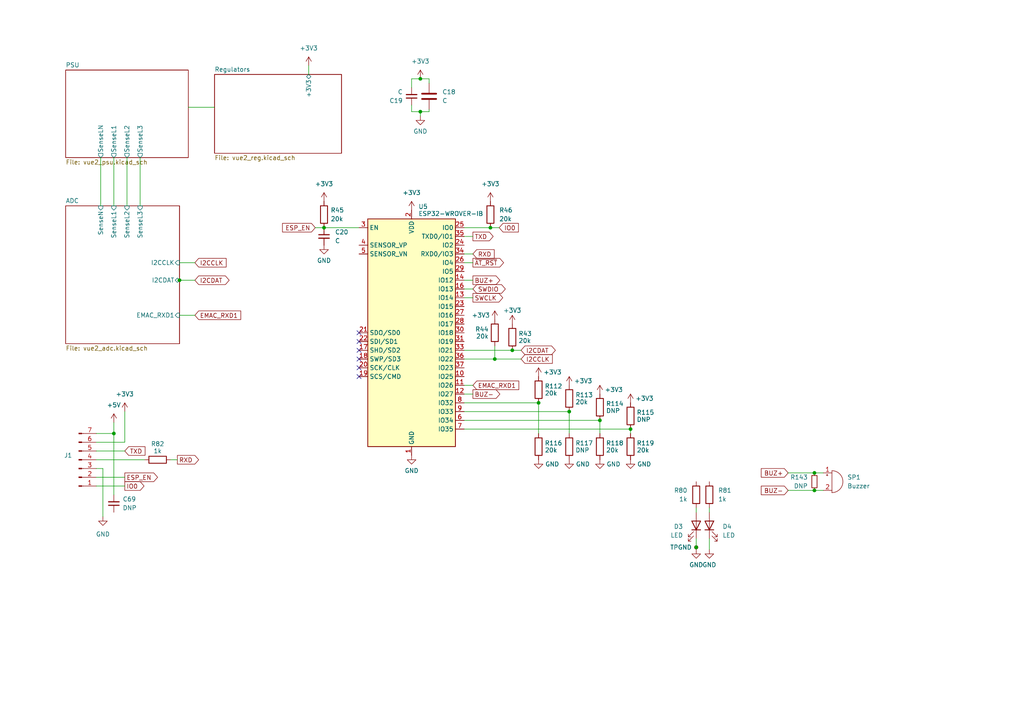
<source format=kicad_sch>
(kicad_sch (version 20230121) (generator eeschema)
  (paper "A4")
  (lib_symbols
    (symbol "Connector:Conn_01x07_Male" (pin_names (offset 1.016) hide)
      (property "Reference" "J" (at 0 10.16 0))
      (property "Value" "Conn_01x07_Male" (at 0 -10.16 0))
      (symbol "Conn_01x07_Male_1_1"
        (polyline (pts (xy 1.27 -7.62) (xy 0.8636 -7.62)) (stroke (width 0.1524)))
        (polyline (pts (xy 1.27 -5.08) (xy 0.8636 -5.08)) (stroke (width 0.1524)))
        (polyline (pts (xy 1.27 -2.54) (xy 0.8636 -2.54)) (stroke (width 0.1524)))
        (polyline (pts (xy 1.27 0) (xy 0.8636 0)) (stroke (width 0.1524)))
        (polyline (pts (xy 1.27 2.54) (xy 0.8636 2.54)) (stroke (width 0.1524)))
        (polyline (pts (xy 1.27 5.08) (xy 0.8636 5.08)) (stroke (width 0.1524)))
        (polyline (pts (xy 1.27 7.62) (xy 0.8636 7.62)) (stroke (width 0.1524)))
        (rectangle (start 0.8636 -7.493) (end 0 -7.747) (stroke (width 0.1524)) (fill (type outline)))
        (rectangle (start 0.8636 -4.953) (end 0 -5.207) (stroke (width 0.1524)) (fill (type outline)))
        (rectangle (start 0.8636 -2.413) (end 0 -2.667) (stroke (width 0.1524)) (fill (type outline)))
        (rectangle (start 0.8636 0.127) (end 0 -0.127) (stroke (width 0.1524)) (fill (type outline)))
        (rectangle (start 0.8636 2.667) (end 0 2.413) (stroke (width 0.1524)) (fill (type outline)))
        (rectangle (start 0.8636 5.207) (end 0 4.953) (stroke (width 0.1524)) (fill (type outline)))
        (rectangle (start 0.8636 7.747) (end 0 7.493) (stroke (width 0.1524)) (fill (type outline)))
        (pin passive line (at 5.08 7.62 180) (length 3.81) (name "Pin_1") (number "1"))
        (pin passive line (at 5.08 5.08 180) (length 3.81) (name "Pin_2") (number "2"))
        (pin passive line (at 5.08 2.54 180) (length 3.81) (name "Pin_3") (number "3"))
        (pin passive line (at 5.08 0 180) (length 3.81) (name "Pin_4") (number "4"))
        (pin passive line (at 5.08 -2.54 180) (length 3.81) (name "Pin_5") (number "5"))
        (pin passive line (at 5.08 -5.08 180) (length 3.81) (name "Pin_6") (number "6"))
        (pin passive line (at 5.08 -7.62 180) (length 3.81) (name "Pin_7") (number "7"))
      )
    )
    (symbol "Connector:TestPoint_Small" (pin_numbers hide) (pin_names (offset 0.762) hide)
      (property "Reference" "TP" (at 0 3.81 0))
      (property "Value" "TestPoint_Small" (at 0 2.032 0))
      (symbol "TestPoint_Small_0_1"
        (circle (center 0 0) (radius 0.508))
      )
      (symbol "TestPoint_Small_1_1"
        (pin passive line (at 0 0 90) (length 0) (name "1") (number "1"))
      )
    )
    (symbol "Device:Buzzer" (pin_names (offset 0.0254) hide)
      (property "Reference" "BZ" (at 3.81 1.27 0))
      (property "Value" "Buzzer" (at 3.81 -1.27 0))
      (symbol "Buzzer_0_1"
        (arc (start 0 -3.175) (mid 3.1612 0) (end 0 3.175))
        (polyline (pts (xy -1.651 1.905) (xy -1.143 1.905)))
        (polyline (pts (xy -1.397 2.159) (xy -1.397 1.651)))
        (polyline (pts (xy 0 3.175) (xy 0 -3.175)))
      )
      (symbol "Buzzer_1_1"
        (pin passive line (at -2.54 2.54 0) (length 2.54) (name "-") (number "1"))
        (pin passive line (at -2.54 -2.54 0) (length 2.54) (name "+") (number "2"))
      )
    )
    (symbol "Device:C" (pin_numbers hide) (pin_names (offset 0.254))
      (property "Reference" "C" (at 0.635 2.54 0))
      (property "Value" "C" (at 0.635 -2.54 0))
      (symbol "C_0_1"
        (polyline (pts (xy -2.032 -0.762) (xy 2.032 -0.762)) (stroke (width 0.508)))
        (polyline (pts (xy -2.032 0.762) (xy 2.032 0.762)) (stroke (width 0.508)))
      )
      (symbol "C_1_1"
        (pin passive line (at 0 3.81 270) (length 2.794) (name "~") (number "1"))
        (pin passive line (at 0 -3.81 90) (length 2.794) (name "~") (number "2"))
      )
    )
    (symbol "Device:C_Small" (pin_numbers hide) (pin_names (offset 0.254) hide)
      (property "Reference" "C" (at 0.254 1.778 0))
      (property "Value" "C_Small" (at 0.254 -2.032 0))
      (symbol "C_Small_0_1"
        (polyline (pts (xy -1.524 -0.508) (xy 1.524 -0.508)) (stroke (width 0.3302)))
        (polyline (pts (xy -1.524 0.508) (xy 1.524 0.508)) (stroke (width 0.3048)))
      )
      (symbol "C_Small_1_1"
        (pin passive line (at 0 2.54 270) (length 2.032) (name "~") (number "1"))
        (pin passive line (at 0 -2.54 90) (length 2.032) (name "~") (number "2"))
      )
    )
    (symbol "Device:LED" (pin_numbers hide) (pin_names (offset 1.016) hide)
      (property "Reference" "D" (at 0 2.54 0))
      (property "Value" "LED" (at 0 -2.54 0))
      (symbol "LED_0_1"
        (polyline (pts (xy -1.27 -1.27) (xy -1.27 1.27)) (stroke (width 0.254)))
        (polyline (pts (xy -1.27 0) (xy 1.27 0)))
        (polyline (pts (xy 1.27 -1.27) (xy 1.27 1.27) (xy -1.27 0) (xy 1.27 -1.27)) (stroke (width 0.254)))
        (polyline (pts (xy -3.048 -0.762) (xy -4.572 -2.286) (xy -3.81 -2.286) (xy -4.572 -2.286) (xy -4.572 -1.524)))
        (polyline (pts (xy -1.778 -0.762) (xy -3.302 -2.286) (xy -2.54 -2.286) (xy -3.302 -2.286) (xy -3.302 -1.524)))
      )
      (symbol "LED_1_1"
        (pin passive line (at -3.81 0 0) (length 2.54) (name "K") (number "1"))
        (pin passive line (at 3.81 0 180) (length 2.54) (name "A") (number "2"))
      )
    )
    (symbol "Device:R" (pin_numbers hide) (pin_names (offset 0))
      (property "Reference" "R" (at 2.032 0 90))
      (property "Value" "R" (at 0 0 90))
      (symbol "R_0_1"
        (rectangle (start -1.016 -2.54) (end 1.016 2.54) (stroke (width 0.254)))
      )
      (symbol "R_1_1"
        (pin passive line (at 0 3.81 270) (length 1.27) (name "~") (number "1"))
        (pin passive line (at 0 -3.81 90) (length 1.27) (name "~") (number "2"))
      )
    )
    (symbol "Device:R_Small" (pin_numbers hide) (pin_names (offset 0.254) hide)
      (property "Reference" "R" (at 0.762 0.508 0))
      (property "Value" "R_Small" (at 0.762 -1.016 0))
      (symbol "R_Small_0_1"
        (rectangle (start -0.762 1.778) (end 0.762 -1.778) (stroke (width 0.2032)))
      )
      (symbol "R_Small_1_1"
        (pin passive line (at 0 2.54 270) (length 0.762) (name "~") (number "1"))
        (pin passive line (at 0 -2.54 90) (length 0.762) (name "~") (number "2"))
      )
    )
    (symbol "RF_Module:ESP32-WROOM-32"
      (property "Reference" "U" (at -12.7 34.29 0))
      (property "Value" "ESP32-WROOM-32" (at 1.27 34.29 0))
      (symbol "ESP32-WROOM-32_0_1"
        (rectangle (start -12.7 33.02) (end 12.7 -33.02) (stroke (width 0.254)) (fill (type background)))
      )
      (symbol "ESP32-WROOM-32_1_1"
        (pin power_in line (at 0 -35.56 90) (length 2.54) (name "GND") (number "1"))
        (pin bidirectional line (at 15.24 -12.7 180) (length 2.54) (name "IO25") (number "10"))
        (pin bidirectional line (at 15.24 -15.24 180) (length 2.54) (name "IO26") (number "11"))
        (pin bidirectional line (at 15.24 -17.78 180) (length 2.54) (name "IO27") (number "12"))
        (pin bidirectional line (at 15.24 10.16 180) (length 2.54) (name "IO14") (number "13"))
        (pin bidirectional line (at 15.24 15.24 180) (length 2.54) (name "IO12") (number "14"))
        (pin passive line (at 0 -35.56 90) (length 2.54) hide (name "GND") (number "15"))
        (pin bidirectional line (at 15.24 12.7 180) (length 2.54) (name "IO13") (number "16"))
        (pin bidirectional line (at -15.24 -5.08 0) (length 2.54) (name "SHD/SD2") (number "17"))
        (pin bidirectional line (at -15.24 -7.62 0) (length 2.54) (name "SWP/SD3") (number "18"))
        (pin bidirectional line (at -15.24 -12.7 0) (length 2.54) (name "SCS/CMD") (number "19"))
        (pin power_in line (at 0 35.56 270) (length 2.54) (name "VDD") (number "2"))
        (pin bidirectional line (at -15.24 -10.16 0) (length 2.54) (name "SCK/CLK") (number "20"))
        (pin bidirectional line (at -15.24 0 0) (length 2.54) (name "SDO/SD0") (number "21"))
        (pin bidirectional line (at -15.24 -2.54 0) (length 2.54) (name "SDI/SD1") (number "22"))
        (pin bidirectional line (at 15.24 7.62 180) (length 2.54) (name "IO15") (number "23"))
        (pin bidirectional line (at 15.24 25.4 180) (length 2.54) (name "IO2") (number "24"))
        (pin bidirectional line (at 15.24 30.48 180) (length 2.54) (name "IO0") (number "25"))
        (pin bidirectional line (at 15.24 20.32 180) (length 2.54) (name "IO4") (number "26"))
        (pin bidirectional line (at 15.24 5.08 180) (length 2.54) (name "IO16") (number "27"))
        (pin bidirectional line (at 15.24 2.54 180) (length 2.54) (name "IO17") (number "28"))
        (pin bidirectional line (at 15.24 17.78 180) (length 2.54) (name "IO5") (number "29"))
        (pin input line (at -15.24 30.48 0) (length 2.54) (name "EN") (number "3"))
        (pin bidirectional line (at 15.24 0 180) (length 2.54) (name "IO18") (number "30"))
        (pin bidirectional line (at 15.24 -2.54 180) (length 2.54) (name "IO19") (number "31"))
        (pin no_connect line (at -12.7 -27.94 0) (length 2.54) hide (name "NC") (number "32"))
        (pin bidirectional line (at 15.24 -5.08 180) (length 2.54) (name "IO21") (number "33"))
        (pin bidirectional line (at 15.24 22.86 180) (length 2.54) (name "RXD0/IO3") (number "34"))
        (pin bidirectional line (at 15.24 27.94 180) (length 2.54) (name "TXD0/IO1") (number "35"))
        (pin bidirectional line (at 15.24 -7.62 180) (length 2.54) (name "IO22") (number "36"))
        (pin bidirectional line (at 15.24 -10.16 180) (length 2.54) (name "IO23") (number "37"))
        (pin passive line (at 0 -35.56 90) (length 2.54) hide (name "GND") (number "38"))
        (pin passive line (at 0 -35.56 90) (length 2.54) hide (name "GND") (number "39"))
        (pin input line (at -15.24 25.4 0) (length 2.54) (name "SENSOR_VP") (number "4"))
        (pin input line (at -15.24 22.86 0) (length 2.54) (name "SENSOR_VN") (number "5"))
        (pin input line (at 15.24 -25.4 180) (length 2.54) (name "IO34") (number "6"))
        (pin input line (at 15.24 -27.94 180) (length 2.54) (name "IO35") (number "7"))
        (pin bidirectional line (at 15.24 -20.32 180) (length 2.54) (name "IO32") (number "8"))
        (pin bidirectional line (at 15.24 -22.86 180) (length 2.54) (name "IO33") (number "9"))
      )
    )
    (symbol "power:+3.3V" (power) (pin_names (offset 0))
      (property "Value" "+3.3V" (at 0 3.556 0))
      (symbol "+3.3V_0_1"
        (polyline (pts (xy -0.762 1.27) (xy 0 2.54)))
        (polyline (pts (xy 0 0) (xy 0 2.54)))
        (polyline (pts (xy 0 2.54) (xy 0.762 1.27)))
      )
      (symbol "+3.3V_1_1"
        (pin power_in line (at 0 0 90) (length 0) hide (name "+3V3") (number "1"))
      )
    )
    (symbol "power:+3V3" (power) (pin_names (offset 0))
      (property "Value" "+3V3" (at 0 3.556 0))
      (symbol "+3V3_0_1"
        (polyline (pts (xy -0.762 1.27) (xy 0 2.54)))
        (polyline (pts (xy 0 0) (xy 0 2.54)))
        (polyline (pts (xy 0 2.54) (xy 0.762 1.27)))
      )
      (symbol "+3V3_1_1"
        (pin power_in line (at 0 0 90) (length 0) hide (name "+3V3") (number "1"))
      )
    )
    (symbol "power:+5V" (power) (pin_names (offset 0))
      (property "Value" "+5V" (at 0 3.556 0))
      (symbol "+5V_0_1"
        (polyline (pts (xy -0.762 1.27) (xy 0 2.54)))
        (polyline (pts (xy 0 0) (xy 0 2.54)))
        (polyline (pts (xy 0 2.54) (xy 0.762 1.27)))
      )
      (symbol "+5V_1_1"
        (pin power_in line (at 0 0 90) (length 0) hide (name "+5V") (number "1"))
      )
    )
    (symbol "power:GND" (power) (pin_names (offset 0))
      (property "Value" "GND" (at 0 -3.81 0))
      (symbol "GND_0_1"
        (polyline (pts (xy 0 0) (xy 0 -1.27) (xy 1.27 -1.27) (xy 0 -2.54) (xy -1.27 -1.27) (xy 0 -1.27)))
      )
      (symbol "GND_1_1"
        (pin power_in line (at 0 0 270) (length 0) hide (name "GND") (number "1"))
      )
    )
  )
  (junction (at 148.59 101.6))
  (junction (at 201.93 158.75))
  (junction (at 182.88 124.46))
  (junction (at 52.07 81.28))
  (junction (at 236.22 142.24))
  (junction (at 143.51 104.14))
  (junction (at 121.92 32.385))
  (junction (at 142.24 66.04))
  (junction (at 165.1 119.38))
  (junction (at 93.98 66.04))
  (junction (at 33.02 125.73))
  (junction (at 173.99 121.92))
  (junction (at 236.22 137.16))
  (junction (at 156.21 116.84))
  (junction (at 121.92 22.86))
  (no_connect (at 104.14 101.6))
  (no_connect (at 104.14 99.06))
  (no_connect (at 104.14 104.14))
  (no_connect (at 104.14 96.52))
  (no_connect (at 104.14 106.68))
  (no_connect (at 104.14 109.22))
  (wire (pts (xy 134.62 66.04) (xy 142.24 66.04)))
  (wire (pts (xy 33.02 45.72) (xy 33.02 59.69)))
  (wire (pts (xy 91.44 66.04) (xy 93.98 66.04)))
  (wire (pts (xy 182.88 125.73) (xy 182.88 124.46)))
  (wire (pts (xy 36.83 45.72) (xy 36.83 59.69)))
  (wire (pts (xy 27.94 135.89) (xy 29.845 135.89)))
  (wire (pts (xy 142.24 66.04) (xy 144.78 66.04)))
  (wire (pts (xy 201.93 156.21) (xy 201.93 158.75)))
  (wire (pts (xy 33.02 125.73) (xy 33.02 122.555)))
  (wire (pts (xy 137.16 73.66) (xy 134.62 73.66)))
  (wire (pts (xy 119.38 22.86) (xy 121.92 22.86)))
  (wire (pts (xy 156.21 116.84) (xy 156.21 125.73)))
  (wire (pts (xy 52.07 91.44) (xy 56.515 91.44)))
  (wire (pts (xy 51.435 133.35) (xy 49.53 133.35)))
  (wire (pts (xy 137.16 83.82) (xy 134.62 83.82)))
  (wire (pts (xy 151.13 104.14) (xy 143.51 104.14)))
  (wire (pts (xy 54.61 31.115) (xy 62.23 31.115)))
  (wire (pts (xy 36.195 130.81) (xy 27.94 130.81)))
  (wire (pts (xy 134.62 116.84) (xy 156.21 116.84)))
  (wire (pts (xy 119.38 30.48) (xy 119.38 32.385)))
  (wire (pts (xy 52.07 76.2) (xy 56.515 76.2)))
  (wire (pts (xy 137.16 114.3) (xy 134.62 114.3)))
  (wire (pts (xy 29.845 135.89) (xy 29.845 149.86)))
  (wire (pts (xy 151.13 101.6) (xy 148.59 101.6)))
  (wire (pts (xy 119.38 32.385) (xy 121.92 32.385)))
  (wire (pts (xy 137.16 76.2) (xy 134.62 76.2)))
  (wire (pts (xy 205.74 156.21) (xy 205.74 159.385)))
  (wire (pts (xy 134.62 121.92) (xy 173.99 121.92)))
  (wire (pts (xy 124.46 32.385) (xy 124.46 31.75)))
  (wire (pts (xy 27.94 125.73) (xy 33.02 125.73)))
  (wire (pts (xy 228.6 142.24) (xy 236.22 142.24)))
  (wire (pts (xy 33.02 125.73) (xy 33.02 143.51)))
  (wire (pts (xy 36.195 138.43) (xy 27.94 138.43)))
  (wire (pts (xy 51.435 81.28) (xy 52.07 81.28)))
  (wire (pts (xy 41.91 133.35) (xy 27.94 133.35)))
  (wire (pts (xy 201.93 147.32) (xy 201.93 148.59)))
  (wire (pts (xy 134.62 124.46) (xy 182.88 124.46)))
  (wire (pts (xy 121.92 32.385) (xy 121.92 33.655)))
  (wire (pts (xy 40.64 45.72) (xy 40.64 59.69)))
  (wire (pts (xy 134.62 119.38) (xy 165.1 119.38)))
  (wire (pts (xy 134.62 101.6) (xy 148.59 101.6)))
  (wire (pts (xy 124.46 22.86) (xy 121.92 22.86)))
  (wire (pts (xy 93.98 66.04) (xy 104.14 66.04)))
  (wire (pts (xy 121.92 32.385) (xy 124.46 32.385)))
  (wire (pts (xy 173.99 125.73) (xy 173.99 121.92)))
  (wire (pts (xy 119.38 25.4) (xy 119.38 22.86)))
  (wire (pts (xy 36.195 140.97) (xy 27.94 140.97)))
  (wire (pts (xy 124.46 24.13) (xy 124.46 22.86)))
  (wire (pts (xy 36.195 128.27) (xy 27.94 128.27)))
  (wire (pts (xy 236.22 137.16) (xy 238.76 137.16)))
  (wire (pts (xy 201.93 158.75) (xy 201.93 159.385)))
  (wire (pts (xy 52.07 81.28) (xy 56.515 81.28)))
  (wire (pts (xy 165.1 125.73) (xy 165.1 119.38)))
  (wire (pts (xy 36.195 119.38) (xy 36.195 128.27)))
  (wire (pts (xy 143.51 104.14) (xy 143.51 100.33)))
  (wire (pts (xy 137.16 111.76) (xy 134.62 111.76)))
  (wire (pts (xy 134.62 104.14) (xy 143.51 104.14)))
  (wire (pts (xy 137.16 81.28) (xy 134.62 81.28)))
  (wire (pts (xy 228.6 137.16) (xy 236.22 137.16)))
  (wire (pts (xy 29.21 45.72) (xy 29.21 59.69)))
  (wire (pts (xy 137.16 86.36) (xy 134.62 86.36)))
  (wire (pts (xy 137.16 68.58) (xy 134.62 68.58)))
  (wire (pts (xy 205.74 147.32) (xy 205.74 148.59)))
  (wire (pts (xy 236.22 142.24) (xy 238.76 142.24)))
  (wire (pts (xy 89.535 19.05) (xy 89.535 21.59)))
  (global_label "EMAC_RXD1" (shape input) (at 56.515 91.44 0) (property "Intersheetrefs" "${INTERSHEET_REFS}" (effects hide)))
  (global_label "I2CDAT" (shape bidirectional) (at 56.515 81.28 0) (property "Intersheetrefs" "${INTERSHEET_REFS}" (effects hide)))
  (global_label "EMAC_RXD1" (shape input) (at 137.16 111.76 0) (property "Intersheetrefs" "${INTERSHEET_REFS}" (effects hide)))
  (global_label "IO0" (shape output) (at 36.195 140.97 0) (property "Intersheetrefs" "${INTERSHEET_REFS}" (effects hide)))
  (global_label "TXD" (shape output) (at 137.16 68.58 0) (property "Intersheetrefs" "${INTERSHEET_REFS}" (effects hide)))
  (global_label "BUZ-" (shape input) (at 228.6 142.24 180) (property "Intersheetrefs" "${INTERSHEET_REFS}" (effects hide)))
  (global_label "TXD" (shape input) (at 36.195 130.81 0) (property "Intersheetrefs" "${INTERSHEET_REFS}" (effects hide)))
  (global_label "BUZ-" (shape output) (at 137.16 114.3 0) (property "Intersheetrefs" "${INTERSHEET_REFS}" (effects hide)))
  (global_label "I2CCLK" (shape input) (at 56.515 76.2 0) (property "Intersheetrefs" "${INTERSHEET_REFS}" (effects hide)))
  (global_label "ESP_EN" (shape output) (at 36.195 138.43 0) (property "Intersheetrefs" "${INTERSHEET_REFS}" (effects hide)))
  (global_label "SWCLK" (shape output) (at 137.16 86.36 0) (property "Intersheetrefs" "${INTERSHEET_REFS}" (effects hide)))
  (global_label "I2CCLK" (shape input) (at 151.13 104.14 0) (property "Intersheetrefs" "${INTERSHEET_REFS}" (effects hide)))
  (global_label "RXD" (shape output) (at 51.435 133.35 0) (property "Intersheetrefs" "${INTERSHEET_REFS}" (effects hide)))
  (global_label "~{AT_RST}" (shape output) (at 137.16 76.2 0) (property "Intersheetrefs" "${INTERSHEET_REFS}" (effects hide)))
  (global_label "RXD" (shape input) (at 137.16 73.66 0) (property "Intersheetrefs" "${INTERSHEET_REFS}" (effects hide)))
  (global_label "BUZ+" (shape input) (at 228.6 137.16 180) (property "Intersheetrefs" "${INTERSHEET_REFS}" (effects hide)))
  (global_label "I2CDAT" (shape bidirectional) (at 151.13 101.6 0) (property "Intersheetrefs" "${INTERSHEET_REFS}" (effects hide)))
  (global_label "IO0" (shape input) (at 144.78 66.04 0) (property "Intersheetrefs" "${INTERSHEET_REFS}" (effects hide)))
  (global_label "SWDIO" (shape bidirectional) (at 137.16 83.82 0) (property "Intersheetrefs" "${INTERSHEET_REFS}" (effects hide)))
  (global_label "BUZ+" (shape output) (at 137.16 81.28 0) (property "Intersheetrefs" "${INTERSHEET_REFS}" (effects hide)))
  (global_label "ESP_EN" (shape input) (at 91.44 66.04 180) (property "Intersheetrefs" "${INTERSHEET_REFS}" (effects hide)))
  (symbol (lib_id "Device:R") (at 182.88 129.54 0) (unit 1)
    (property "Reference" "R119" (at 184.658 128.516 0) (effects (justify left)))
    (property "Value" "20k" (at 184.658 130.564 0) (effects (justify left)))
  )
  (symbol (lib_id "power:GND") (at 29.845 149.86 0) (mirror y) (unit 1)
    (property "Reference" "#PWR?" (effects hide))
    (property "Value" "GND" (at 29.845 154.94 0))
  )
  (symbol (lib_id "Device:R_Small") (at 236.22 139.7 0) (mirror x) (unit 1)
    (property "Reference" "R143" (at 234.315 138.4299 0) (effects (justify right)))
    (property "Value" "DNP" (at 234.315 140.9699 0) (effects (justify right)))
  )
  (symbol (lib_id "power:GND") (at 201.93 159.385 0) (unit 1)
    (property "Reference" "#PWR?" (effects hide))
    (property "Value" "GND" (at 201.93 163.83 0))
  )
  (symbol (lib_id "power:+3V3") (at 173.99 114.3 0) (unit 1)
    (property "Reference" "#PWR?" (effects hide))
    (property "Value" "+3V3" (at 175.387 113.03 0) (effects (justify left)))
  )
  (symbol (lib_id "Connector:TestPoint_Small") (at 201.93 158.75 0) (mirror x) (unit 1)
    (property "Reference" "TPGND" (at 200.66 158.7499 0) (effects (justify right)))
    (property "Value" "TestPoint_Small" (effects hide))
  )
  (symbol (lib_id "Device:R") (at 173.99 129.54 0) (unit 1)
    (property "Reference" "R118" (at 175.768 128.516 0) (effects (justify left)))
    (property "Value" "20k" (at 175.768 130.564 0) (effects (justify left)))
  )
  (symbol (lib_id "Connector:Conn_01x07_Male") (at 22.86 133.35 0) (mirror x) (unit 1)
    (property "Reference" "J1" (at 20.955 132.0799 0) (effects (justify right)))
    (property "Value" "Conn_01x07_Male" (effects hide))
  )
  (symbol (lib_id "Device:C_Small") (at 93.98 68.58 0) (unit 1)
    (property "Reference" "C20" (at 97.155 67.3162 0) (effects (justify left)))
    (property "Value" "C" (at 97.155 69.8562 0) (effects (justify left)))
  )
  (symbol (lib_id "Device:R") (at 205.74 143.51 0) (unit 1)
    (property "Reference" "R81" (at 208.28 142.2399 0) (effects (justify left)))
    (property "Value" "1k" (at 208.28 144.7799 0) (effects (justify left)))
  )
  (symbol (lib_id "power:+3V3") (at 182.88 116.84 0) (mirror y) (unit 1)
    (property "Reference" "#PWR?" (effects hide))
    (property "Value" "+3V3" (at 184.277 115.57 0) (effects (justify right)))
  )
  (symbol (lib_id "Device:C") (at 124.46 27.94 0) (unit 1)
    (property "Reference" "C18" (at 128.27 26.6699 0) (effects (justify left)))
    (property "Value" "C" (at 128.27 29.2099 0) (effects (justify left)))
  )
  (symbol (lib_id "power:GND") (at 173.99 133.35 0) (unit 1)
    (property "Reference" "#PWR?" (effects hide))
    (property "Value" "GND" (at 175.895 134.62 0) (effects (justify left)))
  )
  (symbol (lib_id "power:+3V3") (at 143.51 92.71 0) (unit 1)
    (property "Reference" "#PWR05" (effects hide))
    (property "Value" "+3V3" (at 142.113 91.44 0) (effects (justify right)))
  )
  (symbol (lib_id "Device:R") (at 165.1 129.54 0) (unit 1)
    (property "Reference" "R117" (at 166.878 128.516 0) (effects (justify left)))
    (property "Value" "DNP" (at 166.878 130.564 0) (effects (justify left)))
  )
  (symbol (lib_id "power:+3V3") (at 165.1 111.76 0) (mirror y) (unit 1)
    (property "Reference" "#PWR?" (effects hide))
    (property "Value" "+3V3" (at 166.497 110.49 0) (effects (justify right)))
  )
  (symbol (lib_id "RF_Module:ESP32-WROOM-32") (at 119.38 96.52 0) (unit 1)
    (property "Reference" "U5" (at 121.3359 59.92 0) (effects (justify left)))
    (property "Value" "ESP32-WROVER-IB" (at 121.3359 61.968 0) (effects (justify left)))
    (property "Footprint" "RF_Module:ESP32-WROOM-32" (effects hide))
    (property "Datasheet" "https://www.espressif.com/sites/default/files/documentation/esp32-wroom-32_datasheet_en.pdf" (effects hide))
  )
  (symbol (lib_id "power:+3V3") (at 148.59 93.98 0) (unit 1)
    (property "Reference" "#PWR04" (effects hide))
    (property "Value" "+3V3" (at 148.59 90.035 0))
  )
  (symbol (lib_id "power:+3V3") (at 119.38 60.96 0) (unit 1)
    (property "Reference" "#PWR02" (effects hide))
    (property "Value" "+3V3" (at 119.38 55.88 0))
  )
  (symbol (lib_id "power:+3V3") (at 89.535 19.05 0) (unit 1)
    (property "Reference" "#PWR?" (effects hide))
    (property "Value" "+3V3" (at 89.535 13.97 0))
  )
  (symbol (lib_id "power:+5V") (at 33.02 122.555 0) (mirror y) (unit 1)
    (property "Reference" "#PWR?" (effects hide))
    (property "Value" "+5V" (at 33.02 117.475 0))
  )
  (symbol (lib_id "Device:R") (at 45.72 133.35 270) (mirror x) (unit 1)
    (property "Reference" "R82" (at 45.72 128.754 90))
    (property "Value" "1k" (at 45.72 130.802 90))
  )
  (symbol (lib_id "Device:R") (at 156.21 113.03 0) (unit 1)
    (property "Reference" "R112" (at 157.988 112.006 0) (effects (justify left)))
    (property "Value" "20k" (at 157.988 114.054 0) (effects (justify left)))
  )
  (symbol (lib_id "power:GND") (at 119.38 132.08 0) (unit 1)
    (property "Reference" "#PWR01" (effects hide))
    (property "Value" "GND" (at 119.38 136.525 0))
  )
  (symbol (lib_id "power:GND") (at 182.88 133.35 0) (mirror y) (unit 1)
    (property "Reference" "#PWR?" (effects hide))
    (property "Value" "GND" (at 184.785 134.62 0) (effects (justify right)))
  )
  (symbol (lib_id "Device:R") (at 143.51 96.52 0) (mirror x) (unit 1)
    (property "Reference" "R44" (at 141.732 95.496 0) (effects (justify right)))
    (property "Value" "20k" (at 141.732 97.544 0) (effects (justify right)))
  )
  (symbol (lib_id "Device:R") (at 156.21 129.54 180) (unit 1)
    (property "Reference" "R116" (at 157.988 128.516 0) (effects (justify right)))
    (property "Value" "20k" (at 157.988 130.564 0) (effects (justify right)))
  )
  (symbol (lib_id "Device:R") (at 142.24 62.23 0) (unit 1)
    (property "Reference" "R46" (at 144.78 60.9599 0) (effects (justify left)))
    (property "Value" "20k" (at 144.78 63.4999 0) (effects (justify left)))
  )
  (symbol (lib_id "power:GND") (at 121.92 33.655 0) (unit 1)
    (property "Reference" "#PWR?" (effects hide))
    (property "Value" "GND" (at 121.92 38.1 0))
  )
  (symbol (lib_id "power:GND") (at 156.21 133.35 0) (mirror y) (unit 1)
    (property "Reference" "#PWR?" (effects hide))
    (property "Value" "GND" (at 158.115 134.62 0) (effects (justify right)))
  )
  (symbol (lib_id "power:GND") (at 165.1 133.35 0) (mirror y) (unit 1)
    (property "Reference" "#PWR?" (effects hide))
    (property "Value" "GND" (at 167.005 134.62 0) (effects (justify right)))
  )
  (symbol (lib_id "Device:R") (at 201.93 143.51 0) (mirror x) (unit 1)
    (property "Reference" "R80" (at 199.39 142.2399 0) (effects (justify right)))
    (property "Value" "1k" (at 199.39 144.7799 0) (effects (justify right)))
  )
  (symbol (lib_id "Device:Buzzer") (at 241.3 139.7 0) (unit 1)
    (property "Reference" "SP1" (at 245.745 138.4299 0) (effects (justify left)))
    (property "Value" "Buzzer" (at 245.745 140.9699 0) (effects (justify left)))
  )
  (symbol (lib_id "power:+3V3") (at 142.24 58.42 0) (unit 1)
    (property "Reference" "#PWR?" (effects hide))
    (property "Value" "+3V3" (at 142.24 53.34 0))
  )
  (symbol (lib_id "power:+3V3") (at 156.21 109.22 0) (mirror y) (unit 1)
    (property "Reference" "#PWR?" (effects hide))
    (property "Value" "+3V3" (at 157.607 107.95 0) (effects (justify right)))
  )
  (symbol (lib_id "Device:C_Small") (at 33.02 146.05 180) (unit 1)
    (property "Reference" "C69" (at 35.56 144.7735 0) (effects (justify right)))
    (property "Value" "DNP" (at 35.56 147.3135 0) (effects (justify right)))
  )
  (symbol (lib_id "Device:C_Small") (at 119.38 27.94 0) (mirror x) (unit 1)
    (property "Reference" "C19" (at 116.84 29.2038 0) (effects (justify right)))
    (property "Value" "C" (at 116.84 26.6638 0) (effects (justify right)))
  )
  (symbol (lib_id "Device:R") (at 93.98 62.23 0) (unit 1)
    (property "Reference" "R45" (at 95.885 60.9599 0) (effects (justify left)))
    (property "Value" "20k" (at 95.885 63.4999 0) (effects (justify left)))
  )
  (symbol (lib_id "power:GND") (at 205.74 159.385 0) (unit 1)
    (property "Reference" "#PWR?" (effects hide))
    (property "Value" "GND" (at 205.74 163.83 0))
  )
  (symbol (lib_id "power:+3V3") (at 93.98 58.42 0) (unit 1)
    (property "Reference" "#PWR?" (effects hide))
    (property "Value" "+3V3" (at 93.98 53.34 0))
  )
  (symbol (lib_id "Device:LED") (at 201.93 152.4 270) (mirror x) (unit 1)
    (property "Reference" "D3" (at 198.12 152.7174 90) (effects (justify right)))
    (property "Value" "LED" (at 198.12 155.2574 90) (effects (justify right)))
  )
  (symbol (lib_id "Device:R") (at 165.1 115.57 0) (unit 1)
    (property "Reference" "R113" (at 166.878 114.546 0) (effects (justify left)))
    (property "Value" "20k" (at 166.878 116.594 0) (effects (justify left)))
  )
  (symbol (lib_id "power:+3.3V") (at 36.195 119.38 0) (mirror y) (unit 1)
    (property "Reference" "#PWR?" (effects hide))
    (property "Value" "+3.3V" (at 36.195 114.3 0))
  )
  (symbol (lib_id "Device:R") (at 173.99 118.11 180) (unit 1)
    (property "Reference" "R114" (at 175.768 117.086 0) (effects (justify right)))
    (property "Value" "DNP" (at 175.768 119.134 0) (effects (justify right)))
  )
  (symbol (lib_id "power:+3V3") (at 121.92 22.86 0) (unit 1)
    (property "Reference" "#PWR?" (effects hide))
    (property "Value" "+3V3" (at 121.92 17.78 0))
  )
  (symbol (lib_id "power:GND") (at 93.98 71.12 0) (mirror y) (unit 1)
    (property "Reference" "#PWR03" (effects hide))
    (property "Value" "GND" (at 93.98 75.565 0))
  )
  (symbol (lib_id "Device:R") (at 182.88 120.65 0) (unit 1)
    (property "Reference" "R115" (at 184.658 119.626 0) (effects (justify left)))
    (property "Value" "DNP" (at 184.658 121.674 0) (effects (justify left)))
  )
  (symbol (lib_id "Device:LED") (at 205.74 152.4 90) (unit 1)
    (property "Reference" "D4" (at 209.55 152.7174 90) (effects (justify right)))
    (property "Value" "LED" (at 209.55 155.2574 90) (effects (justify right)))
  )
  (symbol (lib_id "Device:R") (at 148.59 97.79 0) (unit 1)
    (property "Reference" "R43" (at 150.368 96.766 0) (effects (justify left)))
    (property "Value" "20k" (at 150.368 98.814 0) (effects (justify left)))
  )
  (sheet (at 19.05 20.32) (size 35.56 25.4) (stroke (width 0.1524))
    (property "Sheetname" "PSU" (at 19.05 19.6084 0) (effects (justify left bottom)))
    (property "Sheetfile" "vue2_psu.kicad_sch" (at 19.05 46.3046 0) (effects (justify left top)))
    (pin "SenseLN" output (at 29.21 45.72 270))
    (pin "SenseL1" output (at 33.02 45.72 270))
    (pin "SenseL2" output (at 36.83 45.72 270))
    (pin "SenseL3" output (at 40.64 45.72 270))
  )
  (sheet (at 19.05 59.69) (size 33.02 40.005) (stroke (width 0.1524))
    (property "Sheetname" "ADC" (at 19.05 58.9784 0) (effects (justify left bottom)))
    (property "Sheetfile" "vue2_adc.kicad_sch" (at 19.05 100.2796 0) (effects (justify left top)))
    (pin "SenseL1" input (at 33.02 59.69 90))
    (pin "SenseL2" input (at 36.83 59.69 90))
    (pin "SenseL3" input (at 40.64 59.69 90))
    (pin "SenseN" input (at 29.21 59.69 90))
    (pin "I2CCLK" input (at 52.07 76.2 0))
    (pin "I2CDAT" bidirectional (at 52.07 81.28 0))
    (pin "EMAC_RXD1" input (at 52.07 91.44 0))
  )
  (sheet (at 62.23 21.59) (size 36.83 22.86) (stroke (width 0.1524))
    (property "Sheetname" "Regulators" (at 62.23 20.8784 0) (effects (justify left bottom)))
    (property "Sheetfile" "vue2_reg.kicad_sch" (at 62.23 45.0346 0) (effects (justify left top)))
    (pin "+3V3" bidirectional (at 89.535 21.59 90))
  )
)
</source>
